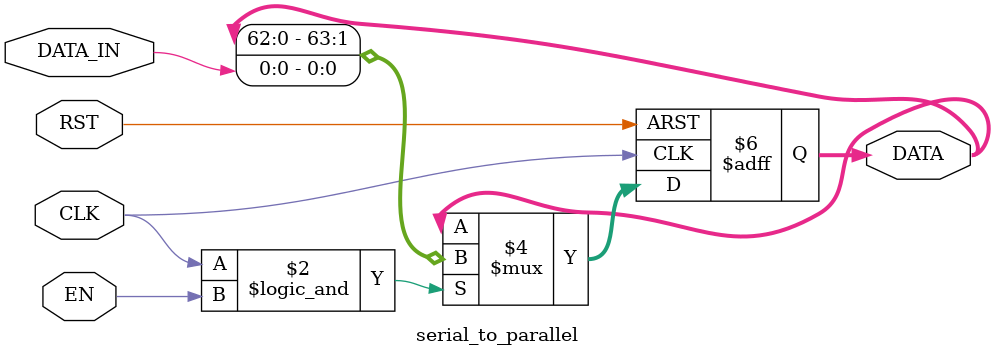
<source format=sv>

/*
* This Source Code Form is subject to the terms of the Mozilla Public
* License, v. 2.0. If a copy of the MPL was not distributed with this
* file, You can obtain one at https: //mozilla.org/MPL/2.0/.
*/
`default_nettype none

module serial_to_parallel #(parameter data_size = 64)
(
    input wire DATA_IN,
    input wire EN,
    input wire CLK,
    input wire RST,
    output reg [data_size-1:0] DATA = 0
);


always @(posedge CLK, posedge RST) begin : shift_register_process
    if (RST) begin
        DATA <= 0;
    end else if ((CLK) && (EN)) begin
        // Take a slice of the bottom 63 elements, and concatenate it with the new value
        // This means we have shifted everying up one bit, and shifted in the new value at the bottom
        DATA <= {DATA[$high(DATA) - 1:$low(DATA)], DATA_IN};
    end
end


endmodule
</source>
